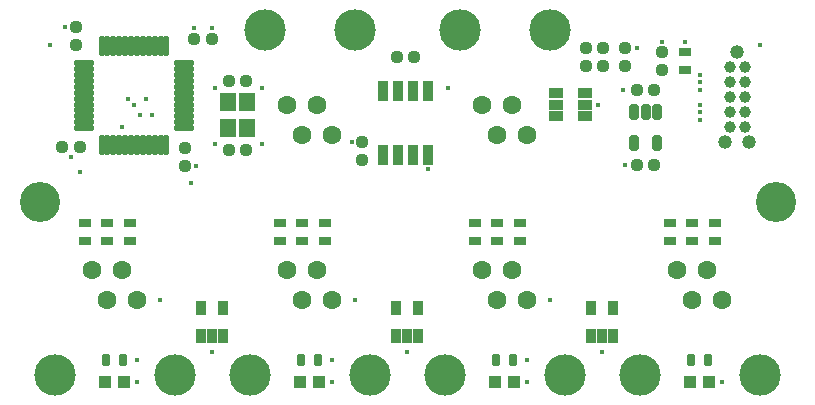
<source format=gts>
%FSLAX46Y46*%
%MOMM*%
%AMPS26*
1,1,1.600000,0.000000,0.000000*
%
%ADD26PS26*%
%AMPS24*
1,1,1.600000,0.000000,0.000000*
%
%ADD24PS24*%
%AMPS11*
21,1,1.000000,1.000000,0.000000,0.000000,180.000000*
%
%ADD11PS11*%
%AMPS33*
21,1,0.800000,1.700000,0.000000,0.000000,0.000000*
%
%ADD33PS33*%
%AMPS32*
21,1,0.800000,1.700000,0.000000,0.000000,180.000000*
%
%ADD32PS32*%
%AMPS20*
21,1,0.900000,1.200000,0.000000,0.000000,0.000000*
%
%ADD20PS20*%
%AMPS29*
21,1,0.900000,1.200000,0.000000,0.000000,270.000000*
%
%ADD29PS29*%
%AMPS22*
21,1,1.600000,1.400000,0.000000,0.000000,90.000000*
%
%ADD22PS22*%
%AMPS35*
1,1,0.400000,0.000000,0.000000*
%
%ADD35PS35*%
%AMPS28*
1,1,1.190600,0.000000,0.000000*
%
%ADD28PS28*%
%AMPS10*
1,1,3.400000,0.000000,0.000000*
%
%ADD10PS10*%
%AMPS25*
1,1,3.500000,0.000000,0.000000*
%
%ADD25PS25*%
%AMPS23*
1,1,3.500000,0.000000,0.000000*
%
%ADD23PS23*%
%AMPS16*
1,1,0.560000,-0.220000,0.195000*
1,1,0.560000,0.220000,-0.195000*
1,1,0.560000,0.220000,0.195000*
1,1,0.560000,-0.220000,-0.195000*
21,1,1.000000,0.390000,0.000000,0.000000,0.000000*
21,1,0.440000,0.950000,0.000000,0.000000,0.000000*
%
%ADD16PS16*%
%AMPS19*
1,1,0.560000,-0.195000,-0.220000*
1,1,0.560000,0.195000,0.220000*
1,1,0.560000,-0.195000,0.220000*
1,1,0.560000,0.195000,-0.220000*
21,1,1.000000,0.390000,0.000000,0.000000,90.000000*
21,1,0.440000,0.950000,0.000000,0.000000,90.000000*
%
%ADD19PS19*%
%AMPS21*
1,1,0.560000,0.220000,-0.195000*
1,1,0.560000,-0.220000,0.195000*
1,1,0.560000,-0.220000,-0.195000*
1,1,0.560000,0.220000,0.195000*
21,1,1.000000,0.390000,0.000000,0.000000,180.000000*
21,1,0.440000,0.950000,0.000000,0.000000,180.000000*
%
%ADD21PS21*%
%AMPS34*
1,1,0.560000,0.195000,0.220000*
1,1,0.560000,-0.195000,-0.220000*
1,1,0.560000,0.195000,-0.220000*
1,1,0.560000,-0.195000,0.220000*
21,1,1.000000,0.390000,0.000000,0.000000,270.000000*
21,1,0.440000,0.950000,0.000000,0.000000,270.000000*
%
%ADD34PS34*%
%AMPS30*
1,1,0.300000,-0.250000,0.500000*
1,1,0.300000,0.250000,-0.500000*
1,1,0.300000,0.250000,0.500000*
1,1,0.300000,-0.250000,-0.500000*
21,1,0.800000,1.000000,0.000000,0.000000,0.000000*
21,1,0.500000,1.300000,0.000000,0.000000,0.000000*
%
%ADD30PS30*%
%AMPS31*
1,1,0.300000,0.250000,-0.500000*
1,1,0.300000,-0.250000,0.500000*
1,1,0.300000,-0.250000,-0.500000*
1,1,0.300000,0.250000,0.500000*
21,1,0.800000,1.000000,0.000000,0.000000,180.000000*
21,1,0.500000,1.300000,0.000000,0.000000,180.000000*
%
%ADD31PS31*%
%AMPS18*
1,1,0.440000,-0.130000,0.330000*
1,1,0.440000,0.130000,-0.330000*
1,1,0.440000,0.130000,0.330000*
1,1,0.440000,-0.130000,-0.330000*
21,1,0.700000,0.660000,0.000000,0.000000,0.000000*
21,1,0.260000,1.100000,0.000000,0.000000,0.000000*
%
%ADD18PS18*%
%AMPS17*
1,1,0.440000,-0.330000,-0.130000*
1,1,0.440000,0.330000,0.130000*
1,1,0.440000,-0.330000,0.130000*
1,1,0.440000,0.330000,-0.130000*
21,1,0.700000,0.660000,0.000000,0.000000,90.000000*
21,1,0.260000,1.100000,0.000000,0.000000,90.000000*
%
%ADD17PS17*%
%AMPS12*
1,1,0.300000,-0.100000,0.725000*
1,1,0.300000,0.100000,-0.725000*
1,1,0.300000,0.100000,0.725000*
1,1,0.300000,-0.100000,-0.725000*
21,1,0.500000,1.450000,0.000000,0.000000,0.000000*
21,1,0.200000,1.750000,0.000000,0.000000,0.000000*
%
%ADD12PS12*%
%AMPS15*
1,1,0.300000,-0.725000,-0.100000*
1,1,0.300000,0.725000,0.100000*
1,1,0.300000,-0.725000,0.100000*
1,1,0.300000,0.725000,-0.100000*
21,1,0.500000,1.450000,0.000000,0.000000,90.000000*
21,1,0.200000,1.750000,0.000000,0.000000,90.000000*
%
%ADD15PS15*%
%AMPS13*
1,1,0.300000,0.100000,-0.725000*
1,1,0.300000,-0.100000,0.725000*
1,1,0.300000,-0.100000,-0.725000*
1,1,0.300000,0.100000,0.725000*
21,1,0.500000,1.450000,0.000000,0.000000,180.000000*
21,1,0.200000,1.750000,0.000000,0.000000,180.000000*
%
%ADD13PS13*%
%AMPS14*
1,1,0.300000,0.725000,0.100000*
1,1,0.300000,-0.725000,-0.100000*
1,1,0.300000,0.725000,-0.100000*
1,1,0.300000,-0.725000,0.100000*
21,1,0.500000,1.450000,0.000000,0.000000,270.000000*
21,1,0.200000,1.750000,0.000000,0.000000,270.000000*
%
%ADD14PS14*%
%AMPS27*
1,1,0.987400,0.000000,0.000000*
%
%ADD27PS27*%
G01*
G01*
%LPD*%
G75*
D10*
X63627000Y17145000D03*
D10*
X1270000Y17145000D03*
D11*
X24930000Y1905000D03*
D11*
X23330000Y1905000D03*
D12*
X11021000Y21962000D03*
D13*
X10521000Y30362000D03*
D12*
X7021000Y21962000D03*
D14*
X5071000Y25412000D03*
D12*
X8021000Y21962000D03*
D13*
X9021000Y30362000D03*
D15*
X13471000Y27412000D03*
D12*
X7521000Y21962000D03*
D15*
X13471000Y23912000D03*
D13*
X11521000Y30362000D03*
D14*
X5071000Y23412000D03*
D15*
X13471000Y25412000D03*
D12*
X9521000Y21962000D03*
D13*
X6521000Y30362000D03*
D15*
X13471000Y27912000D03*
D14*
X5071000Y26412000D03*
D13*
X12021000Y30362000D03*
D15*
X13471000Y26412000D03*
D14*
X5071000Y25912000D03*
D13*
X8021000Y30362000D03*
D13*
X7521000Y30362000D03*
D14*
X5071000Y24412000D03*
D13*
X11021000Y30362000D03*
D15*
X13471000Y24412000D03*
D12*
X11521000Y21962000D03*
D12*
X6521000Y21962000D03*
D15*
X13471000Y24912000D03*
D13*
X10021000Y30362000D03*
D15*
X13471000Y28412000D03*
D12*
X10021000Y21962000D03*
D15*
X13471000Y26912000D03*
D13*
X8521000Y30362000D03*
D12*
X8521000Y21962000D03*
D14*
X5071000Y23912000D03*
D12*
X12021000Y21962000D03*
D14*
X5071000Y28912000D03*
D14*
X5071000Y24912000D03*
D14*
X5071000Y28412000D03*
D13*
X9521000Y30362000D03*
D12*
X10521000Y21962000D03*
D12*
X9021000Y21962000D03*
D14*
X5071000Y27912000D03*
D15*
X13471000Y25912000D03*
D14*
X5071000Y26912000D03*
D14*
X5071000Y27412000D03*
D15*
X13471000Y23412000D03*
D13*
X7021000Y30362000D03*
D15*
X13471000Y28912000D03*
D16*
X15863000Y30988000D03*
D16*
X14363000Y30988000D03*
D17*
X5080000Y13855000D03*
D17*
X5080000Y15355000D03*
D18*
X39890000Y3810000D03*
D18*
X41390000Y3810000D03*
D19*
X50800000Y30214000D03*
D19*
X50800000Y28714000D03*
D17*
X8890000Y13855000D03*
D17*
X8890000Y15355000D03*
D20*
X48895000Y5785000D03*
D20*
X49845000Y8185000D03*
D20*
X47945000Y5785000D03*
D20*
X47945000Y8185000D03*
D20*
X49845000Y5785000D03*
D17*
X55880000Y28345000D03*
D17*
X55880000Y29845000D03*
D17*
X54610000Y13855000D03*
D17*
X54610000Y15355000D03*
D21*
X31508000Y29464000D03*
D21*
X33008000Y29464000D03*
D22*
X17234000Y25611000D03*
D22*
X17234000Y23411000D03*
D22*
X18834000Y23411000D03*
D22*
X18834000Y25611000D03*
D20*
X15875000Y5785000D03*
D20*
X16825000Y8185000D03*
D20*
X14925000Y5785000D03*
D20*
X14925000Y8185000D03*
D20*
X16825000Y5785000D03*
D21*
X3187000Y21844000D03*
D21*
X4687000Y21844000D03*
D23*
X44450000Y31750000D03*
D24*
X42545000Y22860000D03*
D24*
X38735000Y25400000D03*
D24*
X40005000Y22860000D03*
D23*
X36830000Y31750000D03*
D24*
X41275000Y25400000D03*
D18*
X23380000Y3810000D03*
D18*
X24880000Y3810000D03*
D17*
X56515000Y13855000D03*
D17*
X56515000Y15355000D03*
D16*
X18784000Y21590000D03*
D16*
X17284000Y21590000D03*
D11*
X8420000Y1905000D03*
D11*
X6820000Y1905000D03*
D17*
X40005000Y13855000D03*
D17*
X40005000Y15355000D03*
D19*
X4318000Y31992000D03*
D19*
X4318000Y30492000D03*
D21*
X51828000Y20320000D03*
D21*
X53328000Y20320000D03*
D25*
X35560000Y2540000D03*
D26*
X38735000Y11430000D03*
D26*
X42545000Y8890000D03*
D26*
X41275000Y11430000D03*
D25*
X45720000Y2540000D03*
D26*
X40005000Y8890000D03*
D18*
X6870000Y3810000D03*
D18*
X8370000Y3810000D03*
D27*
X59690000Y26035000D03*
D27*
X59690000Y28575000D03*
D28*
X61341000Y22225000D03*
D27*
X59690000Y24765000D03*
D27*
X60960000Y28575000D03*
D27*
X59690000Y23495000D03*
D27*
X60960000Y27305000D03*
D27*
X60960000Y24765000D03*
D27*
X59690000Y27305000D03*
D27*
X60960000Y26035000D03*
D28*
X59309000Y22225000D03*
D28*
X60325000Y29845000D03*
D27*
X60960000Y23495000D03*
D23*
X27940000Y31750000D03*
D24*
X26035000Y22860000D03*
D24*
X22225000Y25400000D03*
D24*
X23495000Y22860000D03*
D23*
X20320000Y31750000D03*
D24*
X24765000Y25400000D03*
D21*
X47510000Y30226000D03*
D21*
X49010000Y30226000D03*
D21*
X51828000Y26670000D03*
D21*
X53328000Y26670000D03*
D17*
X38100000Y13855000D03*
D17*
X38100000Y15355000D03*
D19*
X28575000Y22213000D03*
D19*
X28575000Y20713000D03*
D21*
X17284000Y27432000D03*
D21*
X18784000Y27432000D03*
D18*
X56400000Y3810000D03*
D18*
X57900000Y3810000D03*
D17*
X21590000Y13855000D03*
D17*
X21590000Y15355000D03*
D25*
X52070000Y2540000D03*
D26*
X55245000Y11430000D03*
D26*
X59055000Y8890000D03*
D26*
X57785000Y11430000D03*
D25*
X62230000Y2540000D03*
D26*
X56515000Y8890000D03*
D20*
X32385000Y5785000D03*
D20*
X33335000Y8185000D03*
D20*
X31435000Y5785000D03*
D20*
X31435000Y8185000D03*
D20*
X33335000Y5785000D03*
D17*
X58420000Y13855000D03*
D17*
X58420000Y15355000D03*
D29*
X47428000Y26350000D03*
D29*
X45028000Y25400000D03*
D29*
X47428000Y24450000D03*
D29*
X45028000Y26350000D03*
D29*
X47428000Y25400000D03*
D29*
X45028000Y24450000D03*
D25*
X2540000Y2540000D03*
D26*
X5715000Y11430000D03*
D26*
X9525000Y8890000D03*
D26*
X8255000Y11430000D03*
D25*
X12700000Y2540000D03*
D26*
X6985000Y8890000D03*
D17*
X25400000Y13855000D03*
D17*
X25400000Y15355000D03*
D19*
X53975000Y29845000D03*
D19*
X53975000Y28345000D03*
D11*
X57950000Y1905000D03*
D11*
X56350000Y1905000D03*
D16*
X49010000Y28702000D03*
D16*
X47510000Y28702000D03*
D11*
X41440000Y1905000D03*
D11*
X39840000Y1905000D03*
D17*
X23495000Y13855000D03*
D17*
X23495000Y15355000D03*
D25*
X19050000Y2540000D03*
D26*
X22225000Y11430000D03*
D26*
X26035000Y8890000D03*
D26*
X24765000Y11430000D03*
D25*
X29210000Y2540000D03*
D26*
X23495000Y8890000D03*
D30*
X53528000Y22195000D03*
D30*
X51628000Y22195000D03*
D31*
X51628000Y24795000D03*
D31*
X53528000Y24795000D03*
D31*
X52578000Y24795000D03*
D17*
X6985000Y13855000D03*
D17*
X6985000Y15355000D03*
D32*
X32893000Y26576000D03*
D32*
X30353000Y26576000D03*
D33*
X32893000Y21176000D03*
D32*
X34163000Y26576000D03*
D32*
X31623000Y26576000D03*
D33*
X30353000Y21176000D03*
D33*
X31623000Y21176000D03*
D33*
X34163000Y21176000D03*
D17*
X41910000Y13855000D03*
D17*
X41910000Y15355000D03*
D34*
X13589000Y20205000D03*
D34*
X13589000Y21705000D03*
D35*
X50800000Y20320000D03*
D35*
X9525000Y1905000D03*
D35*
X8255000Y23495000D03*
D35*
X32385000Y4445000D03*
D35*
X16129000Y22098000D03*
D35*
X20066000Y22098000D03*
D35*
X48514000Y25400000D03*
D35*
X57150000Y25400000D03*
D35*
X26035000Y3810000D03*
D35*
X59055000Y1905000D03*
D35*
X15875000Y4445000D03*
D35*
X34163000Y19939000D03*
D35*
X3937000Y20955000D03*
D35*
X26035000Y1905000D03*
D35*
X9271000Y25400000D03*
D35*
X16129000Y26797000D03*
D35*
X44450000Y8890000D03*
D35*
X27686000Y22225000D03*
D35*
X4699000Y19685000D03*
D35*
X10795000Y24511000D03*
D35*
X3429000Y32004000D03*
D35*
X50673000Y26670000D03*
D35*
X42545000Y1905000D03*
D35*
X35814000Y26797000D03*
D35*
X14097000Y18796000D03*
D35*
X57150000Y26670000D03*
D35*
X48895000Y4445000D03*
D35*
X55880000Y30734000D03*
D35*
X57150000Y27305000D03*
D35*
X42545000Y3810000D03*
D35*
X57150000Y24765000D03*
D35*
X2159000Y30480000D03*
D35*
X8763000Y25908000D03*
D35*
X9779000Y24511000D03*
D35*
X62230000Y30480000D03*
D35*
X20066000Y26797000D03*
D35*
X57150000Y24130000D03*
D35*
X10287000Y25908000D03*
D35*
X11430000Y8890000D03*
D35*
X27940000Y8890000D03*
D35*
X53975000Y30734000D03*
D35*
X9525000Y3810000D03*
D35*
X57150000Y27940000D03*
D35*
X51816000Y30226000D03*
D35*
X14351000Y31877000D03*
D35*
X14478000Y20193000D03*
D35*
X15875000Y31877000D03*
M02*

</source>
